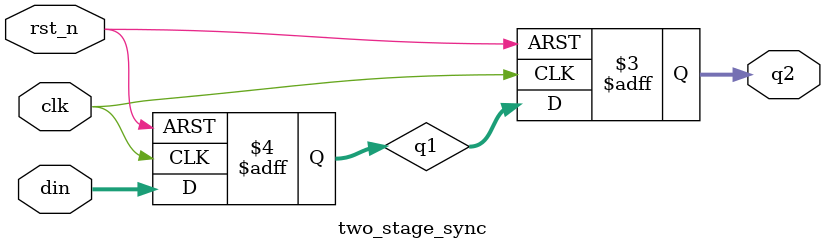
<source format=sv>
module two_stage_sync #(
    parameter WIDTH = 4
    )( 
    input rst_n,
    input clk,
    input [WIDTH-1:0] din,
    output logic [WIDTH-1:0] q2
    );

    logic [WIDTH-1:0] q1;

    always_ff @(posedge clk or negedge rst_n) begin
        if (!rst_n) begin
            q1 <= 0;
            q2 <= 0;
        end
        else begin
            q2 <= q1;
            q1 <= din;
        end 
    end 

endmodule
</source>
